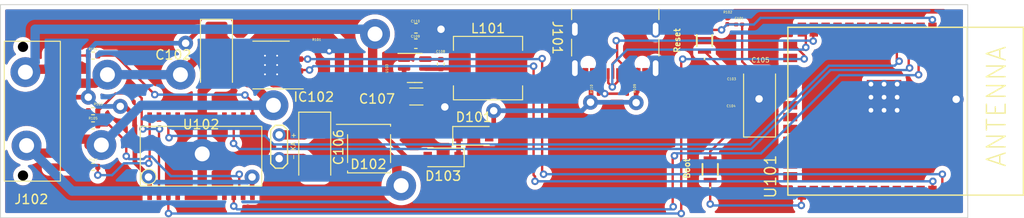
<source format=kicad_pcb>
(kicad_pcb (version 20211014) (generator pcbnew)
  (layers (0 "F.Cu" signal) (31 "B.Cu" signal) (34 "B.Paste" user) (35 "F.Paste" user) (36 "B.SilkS" user "B.Silkscreen") (37 "F.SilkS" user "F.Silkscreen") (38 "B.Mask" user) (39 "F.Mask" user) (44 "Edge.Cuts" user))
  (net 0 "")
  (net 1 "/Reset")
  (net 2 "GND")
  (net 3 "OC")
  (net 4 "+3V3")
  (net 5 "/Vin")
  (net 6 "Net-(C108-Pad1)")
  (net 7 "Net-(C108-Pad2)")
  (net 8 "/VBus")
  (net 9 "/Right Rail")
  (net 10 "/Left Rail")
  (net 11 "/MReverse")
  (net 12 "/MForward")
  (net 13 "Net-(IC102-Pad4)")
  (net 14 "/Motor +")
  (net 16 "/Motor -")
  (net 17 "Net-(J101-PadA5)")
  (net 18 "/D+")
  (net 19 "/D-")
  (net 21 "Net-(J101-PadB5)")
  (net 23 "/Out 4")
  (net 24 "/Out 2")
  (net 25 "/Out 1")
  (net 26 "/Out 3")
  (net 27 "Net-(R103-Pad2)")
  (net 28 "Net-(R105-Pad2)")
  (net 29 "Net-(R106-Pad2)")
  (net 30 "Net-(R107-Pad2)")
  (net 31 "/Boot0")
  (net 32 "/Function2")
  (net 33 "/Function3")
  (net 34 "/Function4")
  (net 41 "/Function1")
  (footprint "Resistor_SMD:R_0402_1005Metric" (layer "F.Cu") (at 93.724 104.14)
    (fp_text reference "R103")
    (fp_text value "1K")
  )
  (footprint "Resistor_SMD:R_0201_0603Metric" (layer "F.Cu") (at 147.828 101.945 -90)
    (fp_text reference "R110")
    (fp_text value "5.1K")
  )
  (footprint "Resistor_SMD:R_0201_0603Metric" (layer "F.Cu") (at 161.5948 94.488 -90)
    (fp_text reference "R102")
    (fp_text value "5.1K")
  )
  (footprint "Capacitor_SMD:C_1206_3216Metric" (layer "F.Cu") (at 128.319 102.5652)
    (fp_text reference "C107")
    (fp_text value "10uf 25V")
  )
  (footprint "Inductor_SMD:L_Abracon_ASPI-0630LR" (layer "F.Cu") (at 135.9916 99.5172)
    (fp_text reference "L101")
    (fp_text value "3.9uH")
  )
  (footprint "Package_SO:SOIC-8-1EP_3.9x4.9mm_P1.27mm_EP2.29x3mm_ThermalVias" (layer "F.Cu") (at 112.776 99.187 180)
    (fp_text reference "IC102")
    (fp_text value "MP6614GN-Z")
  )
  (footprint "Package_TO_SOT_SMD:TSOT-23-6" (layer "F.Cu") (at 128.1485 99.502)
    (fp_text reference "U103")
    (fp_text value "AP63203WU")
  )
  (footprint "Diode_SMD:D_SOD-123" (layer "F.Cu") (at 134.4676 106.7816)
    (fp_text reference "D101")
    (fp_text value "SBR545SAFQ-13")
  )
  (footprint "NanoT:NanoT160AS" (layer "F.Cu") (at 159.766 110.3884 90)
    (fp_text reference "SW102")
    (fp_text value "Boot")
  )
  (footprint "Resistor_SMD:R_0402_1005Metric" (layer "F.Cu") (at 93.726 105.664)
    (fp_text reference "R105")
    (fp_text value "1K")
  )
  (footprint "Capacitor_Tantalum_SMD:CP_EIA-6032-28_Kemet-C" (layer "F.Cu") (at 106.934 98.044 -90)
    (fp_text reference "C102")
    (fp_text value "10uf 25V")
  )
  (footprint "Resistor_SMD:R_0402_1005Metric" (layer "F.Cu") (at 93.726 110.109)
    (fp_text reference "R107")
    (fp_text value "1K")
  )
  (footprint "Diode_SMD:D_SOD-123" (layer "F.Cu") (at 131.19 109.093 180)
    (fp_text reference "D103")
    (fp_text value "SBR545SAFQ-13")
  )
  (footprint "MyHSOP:HSOP16-P-300-1.00" (layer "F.Cu") (at 105.283 108.966)
    (fp_text reference "U102")
    (fp_text value "TBD62064AFG_1")
  )
  (footprint "Capacitor_Tantalum_SMD:CP_EIA-6032-28_Kemet-C" (layer "F.Cu") (at 165.0492 103.1481 90)
    (fp_text reference "C105")
    (fp_text value "10uf 25V")
  )
  (footprint "ESP32S3-WROOM:ESP32_S3_WROOM-1" (layer "F.Cu") (at 177.1995 104.14 -90)
    (fp_text reference "U101")
    (fp_text value "ESP32_S3_WROOM")
  )
  (footprint "Capacitor_SMD:C_0402_1005Metric" (layer "F.Cu") (at 130.937 99.088 90)
    (fp_text reference "C108")
    (fp_text value "100nf")
  )
  (footprint "Capacitor_SMD:C_0603_1608Metric" (layer "F.Cu") (at 128.27 96.901)
    (fp_text reference "C109")
    (fp_text value "22uf 6.3V")
  )
  (footprint "Resistor_SMD:R_0402_1005Metric" (layer "F.Cu") (at 93.726 98.171)
    (fp_text reference "R106")
    (fp_text value "1K")
  )
  (footprint "Capacitor_SMD:C_0201_0603Metric" (layer "F.Cu") (at 162.052 101.346)
    (fp_text reference "C103")
    (fp_text value "1uf")
  )
  (footprint "Capacitor_SMD:C_0201_0603Metric" (layer "F.Cu") (at 162.8648 94.8436)
    (fp_text reference "C101")
    (fp_text value "1uf")
  )
  (footprint "NanoT:NanoT160AS" (layer "F.Cu") (at 159.1564 96.5708 90)
    (fp_text reference "SW101")
    (fp_text value "Reset")
  )
  (footprint "Diode_SMD:Diode_Bridge_Diotec_ABS" (layer "F.Cu") (at 123.263 108.1532)
    (fp_text reference "D102")
    (fp_text value "ABS15M")
  )
  (footprint "TestPoint:TestPoint_2Pads_Pitch2.54mm_Drill0.8mm" (layer "F.Cu") (at 113.6396 109.22 90)
    (fp_text reference "TP104" hide)
    (fp_text value "- KA +")
  )
  (footprint "Resistor_SMD:R_0201_0603Metric" (layer "F.Cu") (at 117.638 97.155)
    (fp_text reference "R101")
    (fp_text value "20K")
  )
  (footprint "Resistor_SMD:R_0201_0603Metric" (layer "F.Cu") (at 150.876 101.945 -90)
    (fp_text reference "R109")
    (fp_text value "5.1K")
  )
  (footprint "Connector_USB:USB_C_Receptacle_GCT_USB4105-xx-A_16P_TopMnt_Horizontal" (layer "F.Cu") (at 149.606 96.4184 180)
    (fp_text reference "J101")
    (fp_text value "USB_C_Receptacle")
  )
  (footprint "Capacitor_Tantalum_SMD:CP_EIA-6032-28_Kemet-C" (layer "F.Cu") (at 117.4496 108.0008 -90)
    (fp_text reference "C106")
    (fp_text value "10Uf 25V")
  )
  (footprint "JST_ZH:JST_ZH_S9B-ZR-SM4A-TF_1x09-1MP_P1.50mm_Horizontal" (layer "F.Cu") (at 87.63 104.14 -90)
    (fp_text reference "J102")
    (fp_text value "DCC 9-pin")
  )
  (footprint "Capacitor_SMD:C_0201_0603Metric" (layer "F.Cu") (at 162.0012 104.267)
    (fp_text reference "C104")
    (fp_text value "1uf")
  )
  (footprint "Capacitor_SMD:C_0603_1608Metric" (layer "F.Cu") (at 128.283 95.25)
    (fp_text reference "C110")
    (fp_text value "22uf 6.3V")
  )
  (gr_rect (start 83.82 92.71) (end 187.325 115.57) (layer "Edge.Cuts") (width 0.1) (fill none))
  (segment (start 162.5092 94.808) (end 162.5448 94.8436) (width 0.25) (layer "F.Cu") (net 1))
  (segment (start 159.1564 95.4208) (end 160.982 95.4208) (width 0.25) (layer "F.Cu") (net 1))
  (segment (start 160.982 95.4208) (end 161.5948 94.808) (width 0.25) (layer "F.Cu") (net 1))
  (segment (start 183.5404 94.3356) (end 183.5404 95.3809) (width 0.25) (layer "F.Cu") (net 1))
  (segment (start 183.5404 95.3809) (end 183.5495 95.39) (width 0.25) (layer "F.Cu") (net 1))
  (segment (start 161.5948 94.808) (end 162.5092 94.808) (width 0.25) (layer "F.Cu") (net 1))
  (via (at 183.5404 94.3356) (size 0.8) (drill 0.4) (layers "F.Cu" "B.Cu") (net 1))
  (via (at 160.982 95.4208) (size 0.8) (drill 0.4) (layers "F.Cu" "B.Cu") (net 1))
  (segment (start 165.1508 94.1324) (end 164.4396 94.8436) (width 0.25) (layer "B.Cu") (net 1))
  (segment (start 183.3372 94.1324) (end 165.1508 94.1324) (width 0.25) (layer "B.Cu") (net 1))
  (segment (start 164.4396 94.8436) (end 161.5592 94.8436) (width 0.25) (layer "B.Cu") (net 1))
  (segment (start 183.5404 94.3356) (end 183.3372 94.1324) (width 0.25) (layer "B.Cu") (net 1))
  (segment (start 161.5592 94.8436) (end 160.982 95.4208) (width 0.25) (layer "B.Cu") (net 1))
  (segment (start 129.794 102.5652) (end 129.794 100.96) (width 0.5) (layer "F.Cu") (net 2))
  (segment (start 106.934 100.5065) (end 105.41 102.0305) (width 1) (layer "F.Cu") (net 2))
  (segment (start 105.41 102.0305) (end 105.41 113.039) (width 1) (layer "F.Cu") (net 2))
  (segment (start 113.6396 109.22) (end 116.2063 109.22) (width 1) (layer "F.Cu") (net 2))
  (segment (start 129.058 95.25) (end 130.8608 95.25) (width 0.5) (layer "F.Cu") (net 2))
  (segment (start 119.9779 110.4633) (end 120.288 110.1532) (width 1) (layer "F.Cu") (net 2))
  (segment (start 129.058 95.25) (end 129.058 96.888) (width 0.5) (layer "F.Cu") (net 2))
  (segment (start 165.0492 100.6856) (end 165.0492 102.7684) (width 0.5) (layer "F.Cu") (net 2))
  (segment (start 163.1848 98.8212) (end 163.1848 94.8436) (width 0.25) (layer "F.Cu") (net 2))
  (segment (start 162.3612 104.227) (end 162.3612 104.267) (width 0.5) (layer "F.Cu") (net 2))
  (segment (start 152.806 100.0984) (end 153.351 100.0984) (width 0.5) (layer "F.Cu") (net 2))
  (segment (start 130.2512 102.5652) (end 131.3688 103.6828) (width 0.5) (layer "F.Cu") (net 2))
  (segment (start 162.3212 105.9028) (end 162.3212 104.267) (width 0.25) (layer "F.Cu") (net 2))
  (segment (start 163.8452 102.8192) (end 162.412 101.386) (width 0.5) (layer "F.Cu") (net 2))
  (segment (start 165.0492 102.7684) (end 164.9984 102.8192) (width 0.5) (layer "F.Cu") (net 2))
  (segment (start 117.4496 110.4633) (end 119.9779 110.4633) (width 1) (layer "F.Cu") (net 2))
  (segment (start 148.4838 102.265) (end 150.876 102.265) (width 0.25) (layer "F.Cu") (net 2))
  (segment (start 163.1848 98.8212) (end 165.0492 100.6856) (width 0.25) (layer "F.Cu") (net 2))
  (segment (start 130.8608 95.25) (end 130.9624 95.3516) (width 0.5) (layer "F.Cu") (net 2))
  (segment (start 146.406 100.0984) (end 145.861 100.0984) (width 0.5) (layer "F.Cu") (net 2))
  (segment (start 118.491 97.155) (end 118.999 97.663) (width 0.25) (layer "F.Cu") (net 2))
  (segment (start 153.351 100.0984) (end 153.926 99.5234) (width 0.5) (layer "F.Cu") (net 2))
  (segment (start 129.794 100.96) (end 129.286 100.452) (width 0.5) (layer "F.Cu") (net 2))
  (segment (start 129.794 102.5652) (end 130.2512 102.5652) (width 0.5) (layer "F.Cu") (net 2))
  (segment (start 116.2063 109.22) (end 117.4496 110.4633) (width 1) (layer "F.Cu") (net 2))
  (segment (start 162.412 101.386) (end 162.412 101.346) (width 0.5) (layer "F.Cu") (net 2))
  (segment (start 163.769 102.8192) (end 162.3612 104.227) (width 0.5) (layer "F.Cu") (net 2))
  (segment (start 129.058 96.888) (end 129.045 96.901) (width 0.5) (layer "F.Cu") (net 2))
  (segment (start 162.372 100.9364) (end 162.372 101.346) (width 0.25) (layer "F.Cu") (net 2))
  (segment (start 113.031 101.092) (end 112.126 100.187) (width 1) (layer "F.Cu") (net 2))
  (segment (start 115.251 101.092) (end 113.031 101.092) (width 1) (layer "F.Cu") (net 2))
  (segment (start 159.766 108.458) (end 162.3212 105.9028) (width 0.25) (layer "F.Cu") (net 2))
  (segment (start 147.828 102.265) (end 150.876 102.265) (width 0.25) (layer "F.Cu") (net 2))
  (segment (start 117.958 97.155) (end 118.491 97.155) (width 0.25) (layer "F.Cu") (net 2))
  (segment (start 186.0895 95.39) (end 186.0895 112.89) (width 0.5) (layer "F.Cu") (net 2))
  (segment (start 145.861 100.0984) (end 145.286 99.5234) (width 0.5) (layer "F.Cu") (net 2))
  (segment (start 159.1564 97.7208) (end 162.372 100.9364) (width 0.25) (layer "F.Cu") (net 2))
  (segment (start 105.41 113.039) (end 105.283 113.166) (width 1) (layer "F.Cu") (net 2))
  (segment (start 162.3706 101.3446) (end 162.372 101.346) (width 0.25) (layer "F.Cu") (net 2))
  (segment (start 164.9984 102.8192) (end 163.8452 102.8192) (width 0.5) (layer "F.Cu") (net 2))
  (segment (start 159.766 109.2384) (end 159.766 108.458) (width 0.25) (layer "F.Cu") (net 2))
  (segment (start 164.9984 102.8192) (end 163.769 102.8192) (width 0.5) (layer "F.Cu") (net 2))
  (via (at 105.41 108.7179) (size 3.2) (drill 1.6) (layers "F.Cu" "B.Cu") (net 2))
  (via (at 131.3688 103.6828) (size 1.6) (drill 0.8) (layers "F.Cu" "B.Cu") (net 2))
  (via (at 148.4838 102.265) (size 0.8) (drill 0.4) (layers "F.Cu" "B.Cu") (net 2))
  (via (at 164.9984 102.8192) (size 1.6) (drill 0.8) (layers "F.Cu" "B.Cu") (net 2))
  (via (at 118.999 97.663) (size 0.8) (drill 0.4) (layers "F.Cu" "B.Cu") (net 2))
  (via (at 186.0895 102.8609) (size 1.6) (drill 0.8) (layers "F.Cu" "B.Cu") (net 2))
  (via (at 130.9624 95.3516) (size 1.6) (drill 0.8) (layers "F.Cu" "B.Cu") (net 2))
  (segment (start 145.286 99.5234) (end 145.286 95.3434) (width 0.5) (layer "B.Cu") (net 2))
  (segment (start 186.0895 102.8609) (end 185.8686 102.64) (width 0.5) (layer "B.Cu") (net 2))
  (segment (start 120.099 100.9757) (end 120.099 97.207365) (width 1) (layer "F.Cu") (net 3))
  (segment (start 99.783 111.291) (end 99.822 111.252) (width 0.5) (layer "F.Cu") (net 3))
  (segment (start 99.783 113.166) (end 99.783 111.291) (width 0.5) (layer "F.Cu") (net 3))
  (segment (start 98.171 105.655418) (end 98.171 104.648) (width 0.5) (layer "F.Cu") (net 3))
  (segment (start 119.146635 96.255) (end 111.328 96.255) (width 1) (layer "F.Cu") (net 3))
  (segment (start 119.6731 105.5383) (end 120.288 106.1532) (width 1) (layer "F.Cu") (net 3))
  (segment (start 108.6345 97.282) (end 106.934 95.5815) (width 1) (layer "F.Cu") (net 3))
  (segment (start 111.328 96.255) (end 110.301 97.282) (width 1) (layer "F.Cu") (net 3))
  (segment (start 113.6396 106.68) (end 116.3079 106.68) (width 1) (layer "F.Cu") (net 3))
  (segment (start 92.988 102.64) (end 90.205 102.64) (width 0.5) (layer "F.Cu") (net 3))
  (segment (start 120.099 97.207365) (end 119.146635 96.255) (width 1) (layer "F.Cu") (net 3))
  (segment (start 98.171 104.648) (end 97.147263 103.624263) (width 0.5) (layer "F.Cu") (net 3))
  (segment (start 92.988 102.64) (end 93.2175 102.64) (width 0.5) (layer "F.Cu") (net 3))
  (segment (start 120.099 100.9757) (end 120.288 101.1647) (width 1) (layer "F.Cu") (net 3))
  (segment (start 110.301 97.282) (end 108.6345 97.282) (width 1) (layer "F.Cu") (net 3))
  (segment (start 110.744 113.127) (end 110.744 111.201) (width 0.5) (layer "F.Cu") (net 3))
  (segment (start 103.632 96.849499) (end 104.899999 95.5815) (width 0.5) (layer "F.Cu") (net 3))
  (segment (start 93.2175 102.64) (end 93.218 102.6395) (width 0.5) (layer "F.Cu") (net 3))
  (segment (start 97.147263 103.624263) (end 96.639263 103.624263) (width 0.5) (layer "F.Cu") (net 3))
  (segment (start 99.783 111.291) (end 99.7485 111.291) (width 0.5) (layer "F.Cu") (net 3))
  (segment (start 127.2794 109.093) (end 124.3396 106.1532) (width 0.5) (layer "F.Cu") (net 3))
  (segment (start 117.4496 105.5383) (end 119.6731 105.5383) (width 1) (layer "F.Cu") (net 3))
  (segment (start 129.54 109.093) (end 127.2794 109.093) (width 0.5) (layer "F.Cu") (net 3))
  (segment (start 124.3396 106.1532) (end 120.288 106.1532) (width 0.5) (layer "F.Cu") (net 3))
  (segment (start 98.2085 105.692918) (end 98.171 105.655418) (width 0.5) (layer "F.Cu") (net 3))
  (segment (start 98.2085 109.6385) (end 98.2085 105.692918) (width 0.5) (layer "F.Cu") (net 3))
  (segment (start 104.899999 95.5815) (end 106.934 95.5815) (width 0.5) (layer "F.Cu") (net 3))
  (segment (start 116.3079 106.68) (end 117.4496 105.5383) (width 1) (layer "F.Cu") (net 3))
  (segment (start 110.783 113.166) (end 110.744 113.127) (width 0.5) (layer "F.Cu") (net 3))
  (segment (start 120.288 101.1647) (end 120.288 106.1532) (width 1) (layer "F.Cu") (net 3))
  (segment (start 99.822 111.252) (end 98.2085 109.6385) (width 0.5) (layer "F.Cu") (net 3))
  (segment (start 99.7485 111.291) (end 99.6585 111.201) (width 0.5) (layer "F.Cu") (net 3))
  (via (at 110.744 111.201) (size 1.6) (drill 0.8) (layers "F.Cu" "B.Cu") (net 3))
  (via (at 103.632 96.849499) (size 1.6) (drill 0.8) (layers "F.Cu" "B.Cu") (net 3))
  (via (at 93.218 102.6395) (size 1.6) (drill 0.8) (layers "F.Cu" "B.Cu") (net 3))
  (via (at 99.6585 111.201) (size 1.6) (drill 0.8) (layers "F.Cu" "B.Cu") (net 3))
  (via (at 96.639263 103.624263) (size 1.6) (drill 0.8) (layers "F.Cu" "B.Cu") (net 3))
  (segment (start 96.639263 103.624263) (end 94.202763 103.624263) (width 0.5) (layer "B.Cu") (net 3))
  (segment (start 99.822 111.252) (end 100.3205 111.7505) (width 0.5) (layer "B.Cu") (net 3))
  (segment (start 100.3205 111.7505) (end 110.2455 111.7505) (width 0.5) (layer "B.Cu") (net 3))
  (segment (start 103.632 96.849499) (end 94.031501 96.849499) (width 0.5) (layer "B.Cu") (net 3))
  (segment (start 94.031501 96.849499) (end 93.218 97.663) (width 0.5) (layer "B.Cu") (net 3))
  (segment (start 94.202763 103.624263) (end 93.218 102.6395) (width 0.5) (layer "B.Cu") (net 3))
  (segment (start 93.218 97.663) (end 93.218 102.6395) (width 0.5) (layer "B.Cu") (net 3))
  (segment (start 110.2455 111.7505) (end 110.744 111.252) (width 0.5) (layer "B.Cu") (net 3))
  (segment (start 162.4076 93.4212) (end 161.7008 94.128) (width 0.5) (layer "F.Cu") (net 4))
  (segment (start 127.011 97.385) (end 127.495 96.901) (width 0.5) (layer "F.Cu") (net 4))
  (segment (start 161.7008 94.128) (end 161.5948 94.128) (width 0.5) (layer "F.Cu") (net 4))
  (segment (start 127.495 96.901) (end 127.495 95.263) (width 0.5) (layer "F.Cu") (net 4))
  (segment (start 127.011 98.552) (end 127.011 97.385) (width 0.5) (layer "F.Cu") (net 4))
  (segment (start 184.8195 95.39) (end 184.8195 93.5319) (width 0.5) (layer "F.Cu") (net 4))
  (segment (start 184.8195 93.5319) (end 184.7088 93.4212) (width 0.5) (layer "F.Cu") (net 4))
  (segment (start 127.495 95.263) (end 127.508 95.25) (width 0.5) (layer "F.Cu") (net 4))
  (segment (start 161.6456 94.1984) (end 161.5948 94.1476) (width 0.25) (layer "F.Cu") (net 4))
  (segment (start 184.7088 93.4212) (end 162.4076 93.4212) (width 0.5) (layer "F.Cu") (net 4))
  (segment (start 127.011 100.452) (end 127.011 99.502) (width 0.5) (layer "F.Cu") (net 5))
  (segment (start 126.844 100.619) (end 127.011 100.452) (width 0.5) (layer "F.Cu") (net 5))
  (segment (start 132.84 106.804) (end 132.8176 106.7816) (width 0.5) (layer "F.Cu") (net 5))
  (segment (start 131.0604 106.7816) (end 126.844 102.5652) (width 0.5) (layer "F.Cu") (net 5))
  (segment (start 132.8176 106.7816) (end 131.0604 106.7816) (width 0.5) (layer "F.Cu") (net 5))
  (segment (start 126.844 102.5652) (end 126.844 100.619) (width 0.5) (layer "F.Cu") (net 5))
  (segment (start 132.84 109.093) (end 132.84 106.804) (width 0.5) (layer "F.Cu") (net 5))
  (segment (start 132.9666 99.5172) (end 130.9878 99.5172) (width 0.5) (layer "F.Cu") (net 6))
  (segment (start 129.352 99.568) (end 129.286 99.502) (width 0.5) (layer "F.Cu") (net 6))
  (segment (start 130.937 99.568) (end 129.352 99.568) (width 0.5) (layer "F.Cu") (net 6))
  (segment (start 130.9878 99.5172) (end 130.937 99.568) (width 0.5) (layer "F.Cu") (net 6))
  (segment (start 130.937 98.608) (end 129.342 98.608) (width 0.25) (layer "F.Cu") (net 7))
  (segment (start 129.342 98.608) (end 129.286 98.552) (width 0.25) (layer "F.Cu") (net 7))
  (segment (start 147.0152 103.124) (end 146.95932 103.17988) (width 0.5) (layer "F.Cu") (net 8))
  (segment (start 147.0152 101.2642) (end 147.0152 103.124) (width 0.5) (layer "F.Cu") (net 8))
  (segment (start 151.956 102.044) (end 151.956 99.7204) (width 0.5) (layer "F.Cu") (net 8))
  (segment (start 136.6012 106.298) (end 136.1176 106.7816) (width 0.5) (layer "F.Cu") (net 8))
  (segment (start 147.206 100.0984) (end 147.206 101.0734) (width 0.5) (layer "F.Cu") (net 8))
  (segment (start 151.8412 103.2256) (end 151.8412 102.1588) (width 0.5) (layer "F.Cu") (net 8))
  (segment (start 147.206 101.0734) (end 147.0152 101.2642) (width 0.5) (layer "F.Cu") (net 8))
  (segment (start 151.8412 102.1588) (end 151.956 102.044) (width 0.5) (layer "F.Cu") (net 8))
  (segment (start 146.95932 103.17988) (end 146.95932 103.18115) (width 0.5) (layer "F.Cu") (net 8))
  (segment (start 136.6012 104.0892) (end 136.6012 106.298) (width 0.5) (layer "F.Cu") (net 8))
  (via (at 136.6012 104.0892) (size 1.6) (drill 0.8) (layers "F.Cu" "B.Cu") (net 8))
  (via (at 146.95932 103.18115) (size 1.6) (drill 0.8) (layers "F.Cu" "B.Cu") (net 8))
  (via (at 151.8412 103.2256) (size 1.6) (drill 0.8) (layers "F.Cu" "B.Cu") (net 8))
  (segment (start 146.05127 104.0892) (end 146.95932 103.18115) (width 0.5) (layer "B.Cu") (net 8))
  (segment (start 151.79675 103.18115) (end 151.8412 103.2256) (width 0.5) (layer "B.Cu") (net 8))
  (segment (start 136.6012 104.0892) (end 146.05127 104.0892) (width 0.5) (layer "B.Cu") (net 8))
  (segment (start 146.95932 103.18115) (end 151.79675 103.18115) (width 0.5) (layer "B.Cu") (net 8))
  (segment (start 86.796 99.64) (end 86.487 99.949) (width 1) (layer "F.Cu") (net 9))
  (segment (start 123.9012 95.8596) (end 123.6472 96.1136) (width 1) (layer "F.Cu") (net 9))
  (segment (start 90.205 99.64) (end 86.796 99.64) (width 1) (layer "F.Cu") (net 9))
  (segment (start 123.6472 96.1136) (end 123.6472 103.5624) (width 1) (layer "F.Cu") (net 9))
  (segment (start 123.6472 103.5624) (end 126.238 106.1532) (width 1) (layer "F.Cu") (net 9))
  (via (at 86.487 99.949) (size 3.2) (drill 1.6) (layers "F.Cu" "B.Cu") (net 9))
  (via (at 123.9012 95.8596) (size 3.2) (drill 1.6) (layers "F.Cu" "B.Cu") (net 9))
  (segment (start 87.530001 95.349999) (end 87.530001 98.905999) (width 1) (layer "B.Cu") (net 9))
  (segment (start 123.391599 95.349999) (end 87.530001 95.349999) (width 1) (layer "B.Cu") (net 9))
  (segment (start 123.9012 95.8596) (end 123.391599 95.349999) (width 1) (layer "B.Cu") (net 9))
  (segment (start 87.530001 98.905999) (end 86.487 99.949) (width 1) (layer "B.Cu") (net 9))
  (segment (start 126.6952 112.1156) (end 126.238 111.6584) (width 1) (layer "F.Cu") (net 10))
  (segment (start 90.205 108.64) (end 87.431 108.64) (width 1) (layer "F.Cu") (net 10))
  (segment (start 126.238 111.6584) (end 126.238 110.1532) (width 1) (layer "F.Cu") (net 10))
  (segment (start 87.431 108.64) (end 86.614 107.823) (width 1) (layer "F.Cu") (net 10))
  (via (at 86.614 107.823) (size 3.2) (drill 1.6) (layers "F.Cu" "B.Cu") (net 10))
  (via (at 126.6952 112.1156) (size 3.2) (drill 1.6) (layers "F.Cu" "B.Cu") (net 10))
  (segment (start 91.4915 112.7005) (end 86.614 107.823) (width 1) (layer "B.Cu") (net 10))
  (segment (start 126.6952 112.1156) (end 126.1103 112.7005) (width 1) (layer "B.Cu") (net 10))
  (segment (start 126.1103 112.7005) (end 91.4915 112.7005) (width 1) (layer "B.Cu") (net 10))
  (segment (start 183.5495 112.89) (end 183.5495 111.7001) (width 0.25) (layer "F.Cu") (net 11))
  (segment (start 141.0208 111.6584) (end 141.0208 111.1428) (width 0.25) (layer "F.Cu") (net 11))
  (segment (start 140.8684 110.9904) (end 140.8684 99.314) (width 0.25) (layer "F.Cu") (net 11))
  (segment (start 115.3526 99.7204) (end 115.251 99.822) (width 0.25) (layer "F.Cu") (net 11))
  (segment (start 141.0208 111.1428) (end 140.8684 110.9904) (width 0.25) (layer "F.Cu") (net 11))
  (segment (start 140.9192 99.2632) (end 140.8684 99.314) (width 0.25) (layer "F.Cu") (net 11))
  (segment (start 116.8908 99.7204) (end 115.3526 99.7204) (width 0.25) (layer "F.Cu") (net 11))
  (segment (start 183.5495 111.7001) (end 183.5912 111.6584) (width 0.25) (layer "F.Cu") (net 11))
  (via (at 141.0208 111.6584) (size 0.8) (drill 0.4) (layers "F.Cu" "B.Cu") (net 11))
  (via (at 116.8908 99.7204) (size 0.8) (drill 0.4) (layers "F.Cu" "B.Cu") (net 11))
  (via (at 140.8684 99.314) (size 0.8) (drill 0.4) (layers "F.Cu" "B.Cu") (net 11))
  (via (at 183.5912 111.6584) (size 0.8) (drill 0.4) (layers "F.Cu" "B.Cu") (net 11))
  (segment (start 141.0208 111.6584) (end 183.5912 111.6584) (width 0.25) (layer "B.Cu") (net 11))
  (segment (start 140.8684 99.314) (end 117.2972 99.314) (width 0.25) (layer "B.Cu") (net 11))
  (segment (start 117.2972 99.314) (end 116.8908 99.7204) (width 0.25) (layer "B.Cu") (net 11))
  (segment (start 115.251 98.552) (end 116.6876 98.552) (width 0.25) (layer "F.Cu") (net 12))
  (segment (start 184.6072 110.8964) (end 184.6072 112.6777) (width 0.25) (layer "F.Cu") (net 12))
  (segment (start 184.6072 112.6777) (end 184.8195 112.89) (width 0.25) (layer "F.Cu") (net 12))
  (segment (start 141.7828 110.744) (end 141.7828 98.5012) (width 0.25) (layer "F.Cu") (net 12))
  (segment (start 141.9352 110.8964) (end 141.7828 110.744) (width 0.25) (layer "F.Cu") (net 12))
  (via (at 184.6072 110.8964) (size 0.8) (drill 0.4) (layers "F.Cu" "B.Cu") (net 12))
  (via (at 141.9352 110.8964) (size 0.8) (drill 0.4) (layers "F.Cu" "B.Cu") (net 12))
  (via (at 116.6876 98.552) (size 0.8) (drill 0.4) (layers "F.Cu" "B.Cu") (net 12))
  (via (at 141.7828 98.5012) (size 0.8) (drill 0.4) (layers "F.Cu" "B.Cu") (net 12))
  (segment (start 141.9352 110.8964) (end 184.6072 110.8964) (width 0.25) (layer "B.Cu") (net 12))
  (segment (start 141.732 98.552) (end 141.7828 98.5012) (width 0.25) (layer "B.Cu") (net 12))
  (segment (start 116.6876 98.552) (end 141.732 98.552) (width 0.25) (layer "B.Cu") (net 12))
  (segment (start 117.318 97.155) (end 115.378 97.155) (width 0.25) (layer "F.Cu") (net 13))
  (segment (start 115.378 97.155) (end 115.251 97.282) (width 0.25) (layer "F.Cu") (net 13))
  (segment (start 94.869 100.203) (end 95.246702 100.203) (width 1) (layer "F.Cu") (net 14))
  (segment (start 103.077802 100.223798) (end 104.7496 98.552) (width 1) (layer "F.Cu") (net 14))
  (segment (start 93.932 101.14) (end 94.869 100.203) (width 1) (layer "F.Cu") (net 14))
  (segment (start 95.246702 100.203) (end 95.2675 100.223798) (width 1) (layer "F.Cu") (net 14))
  (segment (start 90.205 101.14) (end 93.932 101.14) (width 1) (layer "F.Cu") (net 14))
  (segment (start 104.7496 98.552) (end 110.301 98.552) (width 1) (layer "F.Cu") (net 14))
  (via (at 103.077802 100.223798) (size 3.2) (drill 1.6) (layers "F.Cu" "B.Cu") (net 14))
  (via (at 95.2675 100.223798) (size 3.2) (drill 1.6) (layers "F.Cu" "B.Cu") (net 14))
  (segment (start 103.077802 100.223798) (end 95.2675 100.223798) (width 1) (layer "B.Cu") (net 14))
  (segment (start 110.301 101.092) (end 110.617 101.092) (width 1) (layer "F.Cu") (net 16))
  (segment (start 90.205 107.14) (end 93.988357 107.14) (width 1) (layer "F.Cu") (net 16))
  (segment (start 93.670892 107.767892) (end 93.289892 107.767892) (width 1) (layer "F.Cu") (net 16))
  (segment (start 110.617 101.092) (end 113.03 103.505) (width 1) (layer "F.Cu") (net 16))
  (segment (start 94.616249 107.767892) (end 93.670892 107.767892) (width 1) (layer "F.Cu") (net 16))
  (segment (start 93.988357 107.14) (end 94.616249 107.767892) (width 1) (layer "F.Cu") (net 16))
  (segment (start 94.536 107.14) (end 94.536 107.101) (width 1) (layer "F.Cu") (net 16))
  (via (at 113.03 103.505) (size 3.2) (drill 1.6) (layers "F.Cu" "B.Cu") (net 16))
  (via (at 94.616249 107.767892) (size 3.2) (drill 1.6) (layers "F.Cu" "B.Cu") (net 16))
  (segment (start 113.03 103.505) (end 98.879141 103.505) (width 1) (layer "B.Cu") (net 16))
  (segment (start 98.879141 103.505) (end 94.616249 107.767892) (width 1) (layer "B.Cu") (net 16))
  (segment (start 150.876 100.1184) (end 150.856 100.0984) (width 0.25) (layer "F.Cu") (net 17))
  (segment (start 170.000641 95.811141) (end 169.5795 95.39) (width 0.25) (layer "F.Cu") (net 18))
  (segment (start 170.000641 97.2953) (end 170.000641 95.811141) (width 0.25) (layer "F.Cu") (net 18))
  (segment (start 148.856 100.0984) (end 148.856 101.104) (width 0.25) (layer "F.Cu") (net 18))
  (segment (start 149.292 101.54) (end 149.856 100.976) (width 0.25) (layer "F.Cu") (net 18))
  (segment (start 148.856 101.104) (end 149.292 101.54) (width 0.25) (layer "F.Cu") (net 18))
  (segment (start 149.856 100.976) (end 149.856 100.0984) (width 0.25) (layer "F.Cu") (net 18))
  (via (at 170.000641 97.2953) (size 0.8) (drill 0.4) (layers "F.Cu" "B.Cu") (net 18))
  (via (at 149.292 101.54) (size 0.8) (drill 0.4) (layers "F.Cu" "B.Cu") (net 18))
  (segment (start 170.000641 97.2953) (end 169.759941 97.536) (width 0.25) (layer "B.Cu") (net 18))
  (segment (start 169.759941 97.536) (end 150.876 97.536) (width 0.25) (layer "B.Cu") (net 18))
  (segment (start 149.292 99.12) (end 149.292 101.54) (width 0.25) (layer "B.Cu") (net 18))
  (segment (start 150.876 97.536) (end 149.292 99.12) (width 0.25) (layer "B.Cu") (net 18))
  (segment (start 170.7896 96.6216) (end 170.7896 95.4499) (width 0.25) (layer "F.Cu") (net 19))
  (segment (start 149.8092 96.6724) (end 149.7076 96.5708) (width 0.25) (layer "F.Cu") (net 19))
  (segment (start 170.7896 95.4499) (end 170.8495 95.39) (width 0.25) (layer "F.Cu") (net 19))
  (segment (start 150.356 99.0988) (end 150.356 100.0984) (width 0.25) (layer "F.Cu") (net 19))
  (segment (start 149.8092 98.552) (end 150.356 99.0988) (width 0.25) (layer "F.Cu") (net 19))
  (segment (start 149.356 99.0052) (end 149.8092 98.552) (width 0.25) (layer "F.Cu") (net 19))
  (segment (start 149.356 100.0984) (end 149.356 99.0052) (width 0.25) (layer "F.Cu") (net 19))
  (segment (start 149.8092 98.552) (end 149.8092 96.6724) (width 0.25) (layer "F.Cu") (net 19))
  (via (at 149.7076 96.5708) (size 0.8) (drill 0.4) (layers "F.Cu" "B.Cu") (net 19))
  (via (at 170.7896 96.6216) (size 0.8) (drill 0.4) (layers "F.Cu" "B.Cu") (net 19))
  (segment (start 149.7076 96.5708) (end 170.7388 96.5708) (width 0.25) (layer "B.Cu") (net 19))
  (segment (start 170.7388 96.5708) (end 170.7896 96.6216) (width 0.25) (layer "B.Cu") (net 19))
  (segment (start 147.828 101.625) (end 147.881 101.572) (width 0.25) (layer "F.Cu") (net 21))
  (segment (start 147.881 101.572) (end 147.881 100.023) (width 0.25) (layer "F.Cu") (net 21))
  (segment (start 90.236 110.109) (end 90.205 110.14) (width 0.25) (layer "F.Cu") (net 23))
  (segment (start 93.216 110.109) (end 90.236 110.109) (width 0.25) (layer "F.Cu") (net 23))
  (segment (start 90.229 105.664) (end 90.205 105.64) (width 0.25) (layer "F.Cu") (net 24))
  (segment (start 93.216 105.664) (end 90.229 105.664) (width 0.25) (layer "F.Cu") (net 24))
  (segment (start 93.214 104.14) (end 90.205 104.14) (width 0.25) (layer "F.Cu") (net 25))
  (segment (start 90.236 98.171) (end 90.205 98.14) (width 0.25) (layer "F.Cu") (net 26))
  (segment (start 93.216 98.171) (end 90.236 98.171) (width 0.25) (layer "F.Cu") (net 26))
  (segment (start 98.933 102.743) (end 98.425 102.235) (width 0.25) (layer "F.Cu") (net 27))
  (segment (start 98.933 105.9195) (end 98.933 102.743) (width 0.25) (layer "F.Cu") (net 27))
  (segment (start 100.838 106.045) (end 100.783 106.1) (width 0.25) (layer "F.Cu") (net 27))
  (segment (start 99.0585 106.045) (end 98.933 105.9195) (width 0.25) (layer "F.Cu") (net 27))
  (segment (start 98.552 102.235) (end 96.139 102.235) (width 0.25) (layer "F.Cu") (net 27))
  (segment (start 96.139 102.235) (end 94.234 104.14) (width 0.25) (layer "F.Cu") (net 27))
  (segment (start 100.783 106.1) (end 100.783 113.166) (width 0.25) (layer "F.Cu") (net 27))
  (via (at 99.0585 106.045) (size 0.8) (drill 0.4) (layers "F.Cu" "B.Cu") (net 27))
  (via (at 100.838 106.045) (size 0.8) (drill 0.4) (layers "F.Cu" "B.Cu") (net 27))
  (segment (start 99.0585 106.045) (end 100.838 106.045) (width 0.25) (layer "B.Cu") (net 27))
  (segment (start 109.371717 110.901) (end 109.371717 112.754717) (width 0.25) (layer "F.Cu") (net 28))
  (segment (start 95.361719 105.537) (end 95.234719 105.664) (width 0.25) (layer "F.Cu") (net 28))
  (segment (start 109.371717 112.754717) (end 109.783 113.166) (width 0.25) (layer "F.Cu") (net 28))
  (segment (start 95.377 105.537) (end 95.361719 105.537) (width 0.25) (layer "F.Cu") (net 28))
  (segment (start 97.282 108.966) (end 97.282 107.442) (width 0.25) (layer "F.Cu") (net 28))
  (segment (start 95.234719 105.664) (end 94.236 105.664) (width 0.25) (layer "F.Cu") (net 28))
  (segment (start 97.282 107.442) (end 95.377 105.537) (width 0.25) (layer "F.Cu") (net 28))
  (via (at 97.282 108.966) (size 0.8) (drill 0.4) (layers "F.Cu" "B.Cu") (net 28))
  (via (at 109.371717 110.901) (size 0.8) (drill 0.4) (layers "F.Cu" "B.Cu") (net 28))
  (segment (start 100.42 109.427695) (end 99.995305 109.003) (width 0.25) (layer "B.Cu") (net 28))
  (segment (start 102.0572 111.0996) (end 100.42 109.4624) (width 0.25) (layer "B.Cu") (net 28))
  (segment (start 99.119695 109.278) (end 97.594 109.278) (width 0.25) (layer "B.Cu") (net 28))
  (segment (start 100.42 109.4624) (end 100.42 109.427695) (width 0.25) (layer "B.Cu") (net 28))
  (segment (start 109.371717 110.901) (end 109.173117 111.0996) (width 0.25) (layer "B.Cu") (net 28))
  (segment (start 99.394695 109.003) (end 99.119695 109.278) (width 0.25) (layer "B.Cu") (net 28))
  (segment (start 109.173117 111.0996) (end 102.0572 111.0996) (width 0.25) (layer "B.Cu") (net 28))
  (segment (start 97.594 109.278) (end 97.282 108.966) (width 0.25) (layer "B.Cu") (net 28))
  (segment (start 99.995305 109.003) (end 99.394695 109.003) (width 0.25) (layer "B.Cu") (net 28))
  (segment (start 94.236 98.171) (end 96.139 98.171) (width 0.25) (layer "F.Cu") (net 29))
  (segment (start 96.139 98.171) (end 100.33 102.362) (width 0.25) (layer "F.Cu") (net 29))
  (segment (start 109.982 102.4055) (end 110.0255 102.4055) (width 0.25) (layer "F.Cu") (net 29))
  (segment (start 110.0255 102.4055) (end 110.783 103.163) (width 0.25) (layer "F.Cu") (net 29))
  (segment (start 110.783 103.163) (end 110.783 104.766) (width 0.25) (layer "F.Cu") (net 29))
  (via (at 100.33 102.362) (size 0.8) (drill 0.4) (layers "F.Cu" "B.Cu") (net 29))
  (via (at 109.982 102.4055) (size 0.8) (drill 0.4) (layers "F.Cu" "B.Cu") (net 29))
  (segment (start 100.33 102.362) (end 109.9385 102.362) (width 0.25) (layer "B.Cu") (net 29))
  (segment (start 109.9385 102.362) (end 109.982 102.4055) (width 0.25) (layer "B.Cu") (net 29))
  (segment (start 99.695 109.728) (end 99.783 109.64) (width 0.25) (layer "F.Cu") (net 30))
  (segment (start 99.783 109.64) (end 99.783 104.766) (width 0.25) (layer "F.Cu") (net 30))
  (segment (start 94.236 110.996) (end 94.234 110.998) (width 0.25) (layer "F.Cu") (net 30))
  (segment (start 94.236 110.109) (end 94.236 110.996) (width 0.25) (layer "F.Cu") (net 30))
  (via (at 94.234 110.998) (size 0.8) (drill 0.4) (layers "F.Cu" "B.Cu") (net 30))
  (via (at 99.695 109.728) (size 0.8) (drill 0.4) (layers "F.Cu" "B.Cu") (net 30))
  (segment (start 99.695 109.728) (end 97.028 109.728) (width 0.25) (layer "B.Cu") (net 30))
  (segment (start 95.758 110.998) (end 94.234 110.998) (width 0.25) (layer "B.Cu") (net 30))
  (segment (start 97.028 109.728) (end 95.758 110.998) (width 0.25) (layer "B.Cu") (net 30))
  (segment (start 159.766 114.0968) (end 159.766 111.5384) (width 0.25) (layer "F.Cu") (net 31))
  (segment (start 169.5196 112.9499) (end 169.5795 112.89) (width 0.25) (layer "F.Cu") (net 31))
  (segment (start 169.5196 114.2492) (end 169.5196 112.9499) (width 0.25) (layer "F.Cu") (net 31))
  (via (at 169.5196 114.2492) (size 0.8) (drill 0.4) (layers "F.Cu" "B.Cu") (net 31))
  (via (at 159.766 114.0968) (size 0.8) (drill 0.4) (layers "F.Cu" "B.Cu") (net 31))
  (segment (start 159.766 114.0968) (end 159.9184 114.2492) (width 0.25) (layer "B.Cu") (net 31))
  (segment (start 159.9184 114.2492) (end 169.5196 114.2492) (width 0.25) (layer "B.Cu") (net 31))
  (segment (start 182.0672 100.2284) (end 182.0672 96.9772) (width 0.25) (layer "F.Cu") (net 32))
  (segment (start 155.7528 109.1094) (end 155.7528 114.330966) (width 0.25) (layer "F.Cu") (net 32))
  (segment (start 182.0672 96.9772) (end 182.2704 96.774) (width 0.25) (layer "F.Cu") (net 32))
  (segment (start 182.2795 96.6633) (end 182.2795 95.39) (width 0.25) (layer "F.Cu") (net 32))
  (segment (start 182.2704 96.6724) (end 182.2795 96.6633) (width 0.25) (layer "F.Cu") (net 32))
  (segment (start 155.7528 114.330966) (end 155.810134 114.3883) (width 0.25) (layer "F.Cu") (net 32))
  (segment (start 182.2704 96.774) (end 182.2704 96.6724) (width 0.25) (layer "F.Cu") (net 32))
  (segment (start 108.783 114.3173) (end 108.783 113.166) (width 0.25) (layer "F.Cu") (net 32))
  (segment (start 155.9427 108.9195) (end 155.7528 109.1094) (width 0.25) (layer "F.Cu") (net 32))
  (via (at 182.0672 100.2284) (size 0.8) (drill 0.4) (layers "F.Cu" "B.Cu") (net 32))
  (via (at 155.810134 114.3883) (size 0.8) (drill 0.4) (layers "F.Cu" "B.Cu") (net 32))
  (via (at 155.9427 108.9195) (size 0.8) (drill 0.4) (layers "F.Cu" "B.Cu") (net 32))
  (via (at 108.783 114.3173) (size 0.8) (drill 0.4) (layers "F.Cu" "B.Cu") (net 32))
  (segment (start 155.8544 114.432566) (end 155.810134 114.3883) (width 0.25) (layer "B.Cu") (net 32))
  (segment (start 156.201 108.6612) (end 155.9427 108.9195) (width 0.25) (layer "B.Cu") (net 32))
  (segment (start 173.5836 100.2792) (end 165.2016 108.6612) (width 0.25) (layer "B.Cu") (net 32))
  (segment (start 182.0672 100.2284) (end 182.0164 100.2792) (width 0.25) (layer "B.Cu") (net 32))
  (segment (start 165.2016 108.6612) (end 156.201 108.6612) (width 0.25) (layer "B.Cu") (net 32))
  (segment (start 109.1285 114.6628) (end 155.8544 114.6628) (width 0.25) (layer "B.Cu") (net 32))
  (segment (start 182.0164 100.2792) (end 173.5836 100.2792) (width 0.25) (layer "B.Cu") (net 32))
  (segment (start 108.783 114.3173) (end 109.1285 114.6628) (width 0.25) (layer "B.Cu") (net 32))
  (segment (start 155.8544 114.6628) (end 155.8544 114.432566) (width 0.25) (layer "B.Cu") (net 32))
  (segment (start 108.783 104.766) (end 108.783 107.5742) (width 0.25) (layer "F.Cu") (net 33))
  (segment (start 181.0095 99.4114) (end 181.0095 95.39) (width 0.25) (layer "F.Cu") (net 33))
  (segment (start 181.102 99.5039) (end 181.0095 99.4114) (width 0.25) (layer "F.Cu") (net 33))
  (segment (start 108.783 107.5742) (end 108.7628 107.5944) (width 0.25) (layer "F.Cu") (net 33))
  (via (at 108.7628 107.5944) (size 0.8) (drill 0.4) (layers "F.Cu" "B.Cu") (net 33))
  (via (at 181.102 99.5039) (size 0.8) (drill 0.4) (layers "F.Cu" "B.Cu") (net 33))
  (segment (start 172.645196 99.7204) (end 164.170596 108.195) (width 0.25) (layer "B.Cu") (net 33))
  (segment (start 180.8855 99.7204) (end 172.645196 99.7204) (width 0.25) (layer "B.Cu") (net 33))
  (segment (start 164.170596 108.195) (end 109.3634 108.195) (width 0.25) (layer "B.Cu") (net 33))
  (segment (start 109.3634 108.195) (end 108.7628 107.5944) (width 0.25) (layer "B.Cu") (net 33))
  (segment (start 181.102 99.5039) (end 180.8855 99.7204) (width 0.25) (layer "B.Cu") (net 33))
  (segment (start 101.783 104.766) (end 101.783 106.9138) (width 0.25) (layer "F.Cu") (net 34))
  (segment (start 179.7395 98.5345) (end 179.7395 95.39) (width 0.25) (layer "F.Cu") (net 34))
  (segment (start 179.9844 98.7794) (end 179.7395 98.5345) (width 0.25) (layer "F.Cu") (net 34))
  (segment (start 101.783 106.9138) (end 101.854 106.9848) (width 0.25) (layer "F.Cu") (net 34))
  (via (at 179.9844 98.7794) (size 0.8) (drill 0.4) (layers "F.Cu" "B.Cu") (net 34))
  (via (at 101.854 106.9848) (size 0.8) (drill 0.4) (layers "F.Cu" "B.Cu") (net 34))
  (segment (start 112.1359 106.7929) (end 102.0459 106.7929) (width 0.25) (layer "B.Cu") (net 34))
  (segment (start 179.5006 99.2632) (end 172.466 99.2632) (width 0.25) (layer "B.Cu") (net 34))
  (segment (start 179.9844 98.7794) (end 179.5006 99.2632) (width 0.25) (layer "B.Cu") (net 34))
  (segment (start 102.0459 106.7929) (end 101.854 106.9848) (width 0.25) (layer "B.Cu") (net 34))
  (segment (start 113.048 107.705) (end 112.1359 106.7929) (width 0.25) (layer "B.Cu") (net 34))
  (segment (start 172.466 99.2632) (end 164.0242 107.705) (width 0.25) (layer "B.Cu") (net 34))
  (segment (start 164.0242 107.705) (end 113.048 107.705) (width 0.25) (layer "B.Cu") (net 34))
  (segment (start 169.826133 98.534121) (end 169.826133 98.146097) (width 0.25) (layer "F.Cu") (net 41))
  (segment (start 168.835036 97.155) (end 168.3295 97.155) (width 0.25) (layer "F.Cu") (net 41))
  (segment (start 101.783 113.166) (end 101.783 115.0926) (width 0.25) (layer "F.Cu") (net 41))
  (segment (start 101.783 115.0926) (end 101.8032 115.1128) (width 0.25) (layer "F.Cu") (net 41))
  (segment (start 156.6672 115.1128) (end 156.6672 98.7044) (width 0.25) (layer "F.Cu") (net 41))
  (segment (start 169.826133 98.146097) (end 168.835036 97.155) (width 0.25) (layer "F.Cu") (net 41))
  (segment (start 156.6672 98.7044) (end 156.8196 98.552) (width 0.25) (layer "F.Cu") (net 41))
  (via (at 169.826133 98.534121) (size 0.8) (drill 0.4) (layers "F.Cu" "B.Cu") (net 41))
  (via (at 156.6672 115.1128) (size 0.8) (drill 0.4) (layers "F.Cu" "B.Cu") (net 41))
  (via (at 156.8196 98.552) (size 0.8) (drill 0.4) (layers "F.Cu" "B.Cu") (net 41))
  (via (at 101.8032 115.1128) (size 0.8) (drill 0.4) (layers "F.Cu" "B.Cu") (net 41))
  (segment (start 169.808254 98.552) (end 169.826133 98.534121) (width 0.25) (layer "B.Cu") (net 41))
  (segment (start 156.6164 115.1128) (end 156.6672 115.1128) (width 0.25) (layer "B.Cu") (net 41))
  (segment (start 101.8032 115.1128) (end 156.6164 115.1128) (width 0.25) (layer "B.Cu") (net 41))
  (segment (start 156.8196 98.552) (end 169.808254 98.552) (width 0.25) (layer "B.Cu") (net 41))
  (zone (net 4) (net_name "+3V3") (layer "F.Cu") (connect_pads yes (clearance 0.508)) (min_thickness 0.254) (fill yes (thermal_gap 0.508) (thermal_bridge_width 0.508) (island_removal_mode 1) (island_area_min 0))
    (polygon (pts (xy 187.2996 115.57) (xy 83.82 115.57) (xy 83.82 92.71) (xy 187.325 92.71)))
  )
  (zone (net 2) (net_name "GND") (layer "B.Cu") (connect_pads yes (clearance 0.508)) (min_thickness 0.254) (fill yes (thermal_gap 0.508) (thermal_bridge_width 0.508) (island_removal_mode 1) (island_area_min 0))
    (polygon (pts (xy 187.2996 115.57) (xy 83.82 115.5192) (xy 83.82 92.71) (xy 187.2996 92.7608)))
  )
)
</source>
